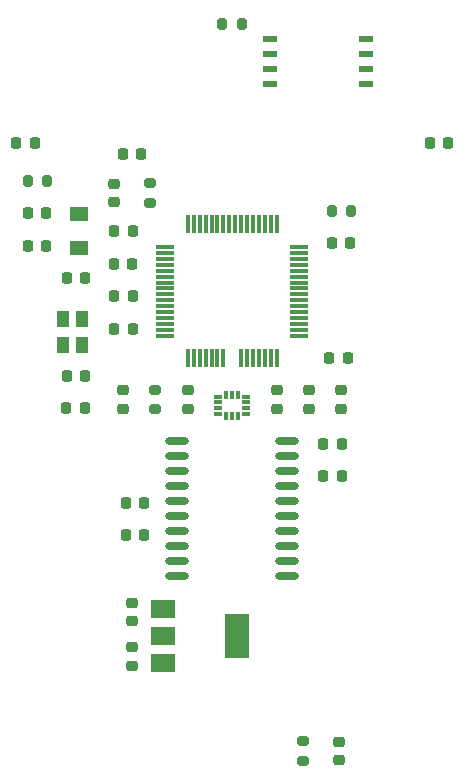
<source format=gbr>
%TF.GenerationSoftware,KiCad,Pcbnew,7.0.9*%
%TF.CreationDate,2024-02-01T16:25:34-08:00*%
%TF.ProjectId,micromouse,6d696372-6f6d-46f7-9573-652e6b696361,rev?*%
%TF.SameCoordinates,Original*%
%TF.FileFunction,Paste,Top*%
%TF.FilePolarity,Positive*%
%FSLAX46Y46*%
G04 Gerber Fmt 4.6, Leading zero omitted, Abs format (unit mm)*
G04 Created by KiCad (PCBNEW 7.0.9) date 2024-02-01 16:25:34*
%MOMM*%
%LPD*%
G01*
G04 APERTURE LIST*
G04 Aperture macros list*
%AMRoundRect*
0 Rectangle with rounded corners*
0 $1 Rounding radius*
0 $2 $3 $4 $5 $6 $7 $8 $9 X,Y pos of 4 corners*
0 Add a 4 corners polygon primitive as box body*
4,1,4,$2,$3,$4,$5,$6,$7,$8,$9,$2,$3,0*
0 Add four circle primitives for the rounded corners*
1,1,$1+$1,$2,$3*
1,1,$1+$1,$4,$5*
1,1,$1+$1,$6,$7*
1,1,$1+$1,$8,$9*
0 Add four rect primitives between the rounded corners*
20,1,$1+$1,$2,$3,$4,$5,0*
20,1,$1+$1,$4,$5,$6,$7,0*
20,1,$1+$1,$6,$7,$8,$9,0*
20,1,$1+$1,$8,$9,$2,$3,0*%
G04 Aperture macros list end*
%ADD10RoundRect,0.225000X-0.250000X0.225000X-0.250000X-0.225000X0.250000X-0.225000X0.250000X0.225000X0*%
%ADD11RoundRect,0.225000X0.225000X0.250000X-0.225000X0.250000X-0.225000X-0.250000X0.225000X-0.250000X0*%
%ADD12RoundRect,0.225000X0.250000X-0.225000X0.250000X0.225000X-0.250000X0.225000X-0.250000X-0.225000X0*%
%ADD13R,2.000000X1.500000*%
%ADD14R,2.000000X3.800000*%
%ADD15RoundRect,0.225000X-0.225000X-0.250000X0.225000X-0.250000X0.225000X0.250000X-0.225000X0.250000X0*%
%ADD16R,1.092200X1.397000*%
%ADD17RoundRect,0.200000X0.275000X-0.200000X0.275000X0.200000X-0.275000X0.200000X-0.275000X-0.200000X0*%
%ADD18RoundRect,0.031500X-0.263500X-0.143500X0.263500X-0.143500X0.263500X0.143500X-0.263500X0.143500X0*%
%ADD19RoundRect,0.031500X0.143500X-0.263500X0.143500X0.263500X-0.143500X0.263500X-0.143500X-0.263500X0*%
%ADD20RoundRect,0.031500X0.263500X0.143500X-0.263500X0.143500X-0.263500X-0.143500X0.263500X-0.143500X0*%
%ADD21RoundRect,0.031500X-0.143500X0.263500X-0.143500X-0.263500X0.143500X-0.263500X0.143500X0.263500X0*%
%ADD22RoundRect,0.200000X-0.275000X0.200000X-0.275000X-0.200000X0.275000X-0.200000X0.275000X0.200000X0*%
%ADD23R,1.600200X1.168400*%
%ADD24R,1.219200X0.508000*%
%ADD25RoundRect,0.200000X-0.200000X-0.275000X0.200000X-0.275000X0.200000X0.275000X-0.200000X0.275000X0*%
%ADD26RoundRect,0.200000X0.200000X0.275000X-0.200000X0.275000X-0.200000X-0.275000X0.200000X-0.275000X0*%
%ADD27RoundRect,0.075000X-0.700000X-0.075000X0.700000X-0.075000X0.700000X0.075000X-0.700000X0.075000X0*%
%ADD28RoundRect,0.075000X-0.075000X-0.700000X0.075000X-0.700000X0.075000X0.700000X-0.075000X0.700000X0*%
%ADD29RoundRect,0.218750X0.256250X-0.218750X0.256250X0.218750X-0.256250X0.218750X-0.256250X-0.218750X0*%
%ADD30RoundRect,0.218750X-0.218750X-0.256250X0.218750X-0.256250X0.218750X0.256250X-0.218750X0.256250X0*%
%ADD31RoundRect,0.218750X0.218750X0.256250X-0.218750X0.256250X-0.218750X-0.256250X0.218750X-0.256250X0*%
%ADD32RoundRect,0.300000X-0.725000X0.000000X-0.725000X0.000000X0.725000X0.000000X0.725000X0.000000X0*%
G04 APERTURE END LIST*
D10*
%TO.C,C13*%
X143250000Y-107975000D03*
X143250000Y-109525000D03*
%TD*%
D11*
%TO.C,C17*%
X156275000Y-112500000D03*
X154725000Y-112500000D03*
%TD*%
D12*
%TO.C,C21*%
X138500000Y-127525000D03*
X138500000Y-125975000D03*
%TD*%
D13*
%TO.C,U4*%
X141100000Y-126450000D03*
X141100000Y-128750000D03*
D14*
X147400000Y-128750000D03*
D13*
X141100000Y-131050000D03*
%TD*%
D15*
%TO.C,C23*%
X137725000Y-88000000D03*
X139275000Y-88000000D03*
%TD*%
D16*
%TO.C,Y2*%
X132699900Y-101895100D03*
X132699900Y-104104900D03*
X134300100Y-104104900D03*
X134300100Y-101895100D03*
%TD*%
D11*
%TO.C,C3*%
X138575000Y-94500000D03*
X137025000Y-94500000D03*
%TD*%
D17*
%TO.C,R2*%
X140000000Y-92075000D03*
X140000000Y-90425000D03*
%TD*%
D12*
%TO.C,C22*%
X138500000Y-131275000D03*
X138500000Y-129725000D03*
%TD*%
D11*
%TO.C,C19*%
X139525000Y-117500000D03*
X137975000Y-117500000D03*
%TD*%
D10*
%TO.C,C16*%
X156250000Y-107975000D03*
X156250000Y-109525000D03*
%TD*%
D11*
%TO.C,C7*%
X134525000Y-98500000D03*
X132975000Y-98500000D03*
%TD*%
%TO.C,C9*%
X138575000Y-102750000D03*
X137025000Y-102750000D03*
%TD*%
%TO.C,C6*%
X138525000Y-97250000D03*
X136975000Y-97250000D03*
%TD*%
D18*
%TO.C,U2*%
X145835000Y-108500000D03*
X145835000Y-109000000D03*
X145835000Y-109500000D03*
X145835000Y-110000000D03*
D19*
X146500000Y-110165000D03*
X147000000Y-110165000D03*
X147500000Y-110165000D03*
D20*
X148165000Y-110000000D03*
X148165000Y-109500000D03*
X148165000Y-109000000D03*
X148165000Y-108500000D03*
D21*
X147500000Y-108335000D03*
X147000000Y-108335000D03*
X146500000Y-108335000D03*
%TD*%
D11*
%TO.C,C20*%
X139525000Y-120250000D03*
X137975000Y-120250000D03*
%TD*%
D10*
%TO.C,C12*%
X137750000Y-107975000D03*
X137750000Y-109525000D03*
%TD*%
D11*
%TO.C,C4*%
X156975000Y-95500000D03*
X155425000Y-95500000D03*
%TD*%
D10*
%TO.C,C15*%
X153500000Y-107975000D03*
X153500000Y-109525000D03*
%TD*%
D15*
%TO.C,C10*%
X155225000Y-105250000D03*
X156775000Y-105250000D03*
%TD*%
D11*
%TO.C,C5*%
X131275000Y-95750000D03*
X129725000Y-95750000D03*
%TD*%
D22*
%TO.C,R4*%
X140500000Y-107925000D03*
X140500000Y-109575000D03*
%TD*%
D23*
%TO.C,Y1*%
X134000000Y-95922400D03*
X134000000Y-93077600D03*
%TD*%
D24*
%TO.C,SW2*%
X150186000Y-78190000D03*
X150186000Y-79460000D03*
X150186000Y-80730000D03*
X150186000Y-82000000D03*
X158314000Y-82000000D03*
X158314000Y-80730000D03*
X158314000Y-79460000D03*
X158314000Y-78190000D03*
%TD*%
D11*
%TO.C,C18*%
X156275000Y-115250000D03*
X154725000Y-115250000D03*
%TD*%
D10*
%TO.C,C14*%
X150750000Y-107975000D03*
X150750000Y-109525000D03*
%TD*%
D11*
%TO.C,C11*%
X134525000Y-106750000D03*
X132975000Y-106750000D03*
%TD*%
D25*
%TO.C,R6*%
X146175000Y-77000000D03*
X147825000Y-77000000D03*
%TD*%
D26*
%TO.C,R3*%
X157075000Y-92750000D03*
X155425000Y-92750000D03*
%TD*%
D27*
%TO.C,U1*%
X141325000Y-95850000D03*
X141325000Y-96350000D03*
X141325000Y-96850000D03*
X141325000Y-97350000D03*
X141325000Y-97850000D03*
X141325000Y-98350000D03*
X141325000Y-98850000D03*
X141325000Y-99350000D03*
X141325000Y-99850000D03*
X141325000Y-100350000D03*
X141325000Y-100850000D03*
X141325000Y-101350000D03*
X141325000Y-101850000D03*
X141325000Y-102350000D03*
X141325000Y-102850000D03*
X141325000Y-103350000D03*
D28*
X143250000Y-105275000D03*
X143750000Y-105275000D03*
X144250000Y-105275000D03*
X144750000Y-105275000D03*
X145250000Y-105275000D03*
X145750000Y-105275000D03*
X146250000Y-105275000D03*
X147750000Y-105275000D03*
X148250000Y-105275000D03*
X148750000Y-105275000D03*
X149250000Y-105275000D03*
X149750000Y-105275000D03*
X150250000Y-105275000D03*
X150750000Y-105275000D03*
D27*
X152675000Y-103350000D03*
X152675000Y-102850000D03*
X152675000Y-102350000D03*
X152675000Y-101850000D03*
X152675000Y-101350000D03*
X152675000Y-100850000D03*
X152675000Y-100350000D03*
X152675000Y-99850000D03*
X152675000Y-99350000D03*
X152675000Y-98850000D03*
X152675000Y-98350000D03*
X152675000Y-97850000D03*
X152675000Y-97350000D03*
X152675000Y-96850000D03*
X152675000Y-96350000D03*
X152675000Y-95850000D03*
D28*
X150750000Y-93925000D03*
X150250000Y-93925000D03*
X149750000Y-93925000D03*
X149250000Y-93925000D03*
X148750000Y-93925000D03*
X148250000Y-93925000D03*
X147750000Y-93925000D03*
X147250000Y-93925000D03*
X146750000Y-93925000D03*
X146250000Y-93925000D03*
X145750000Y-93925000D03*
X145250000Y-93925000D03*
X144750000Y-93925000D03*
X144250000Y-93925000D03*
X143750000Y-93925000D03*
X143250000Y-93925000D03*
%TD*%
D17*
%TO.C,R5*%
X153000000Y-139325000D03*
X153000000Y-137675000D03*
%TD*%
D29*
%TO.C,D3*%
X156000000Y-139287500D03*
X156000000Y-137712500D03*
%TD*%
D11*
%TO.C,C2*%
X131275000Y-93000000D03*
X129725000Y-93000000D03*
%TD*%
D25*
%TO.C,R1*%
X129675000Y-90250000D03*
X131325000Y-90250000D03*
%TD*%
D30*
%TO.C,D1*%
X128712500Y-87000000D03*
X130287500Y-87000000D03*
%TD*%
D12*
%TO.C,C1*%
X137000000Y-92025000D03*
X137000000Y-90475000D03*
%TD*%
D31*
%TO.C,FB1*%
X134537500Y-109500000D03*
X132962500Y-109500000D03*
%TD*%
%TO.C,D2*%
X165287500Y-87000000D03*
X163712500Y-87000000D03*
%TD*%
D32*
%TO.C,U3*%
X142345000Y-112285000D03*
X142345000Y-113555000D03*
X142345000Y-114825000D03*
X142345000Y-116095000D03*
X142345000Y-117365000D03*
X142345000Y-118635000D03*
X142345000Y-119905000D03*
X142345000Y-121175000D03*
X142345000Y-122445000D03*
X142345000Y-123715000D03*
X151655000Y-123715000D03*
X151655000Y-122445000D03*
X151655000Y-121175000D03*
X151655000Y-119905000D03*
X151655000Y-118635000D03*
X151655000Y-117365000D03*
X151655000Y-116095000D03*
X151655000Y-114825000D03*
X151655000Y-113555000D03*
X151655000Y-112285000D03*
%TD*%
D11*
%TO.C,C8*%
X138575000Y-100000000D03*
X137025000Y-100000000D03*
%TD*%
M02*

</source>
